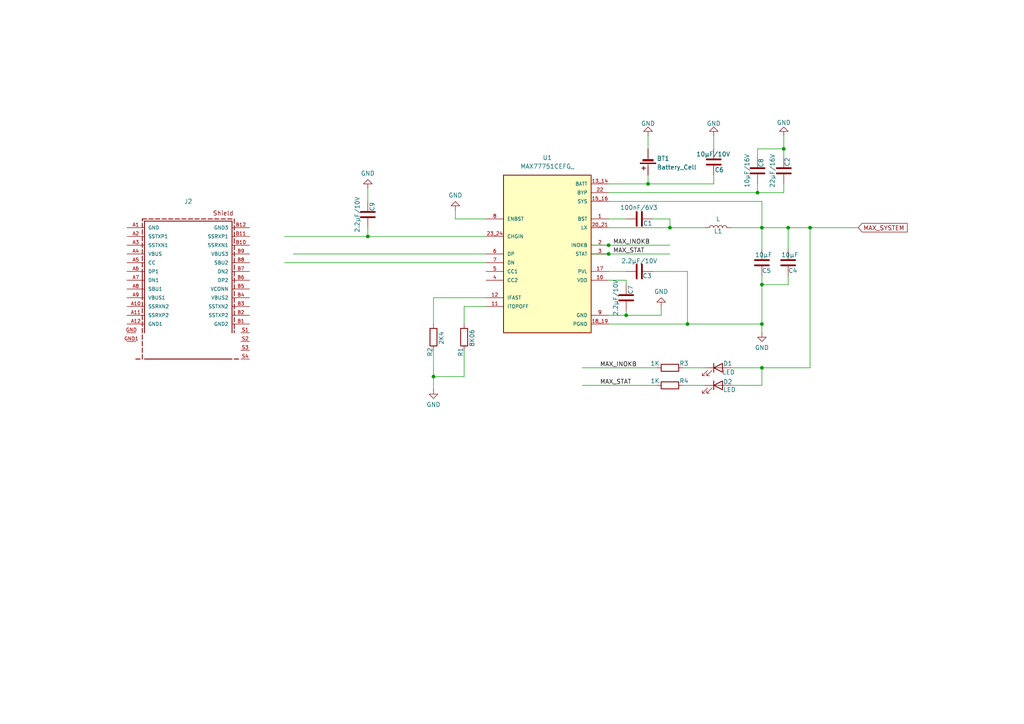
<source format=kicad_sch>
(kicad_sch (version 20231120) (generator "eeschema") (generator_version "8.0")
  (paper "A4")
  (title_block (title "Single Cell Battery Charger"))
  (lib_symbols
    (symbol "Custom_Library:632723100011" (pin_names (offset 1.016))
      (property "Reference" "J" (at 0 16.51 0))
      (symbol "632723100011_0_0"
        (polyline (pts (xy -15.24 -25.4) (xy -13.97 -25.4)) (stroke (width 0.254)))
        (polyline (pts (xy -13.335 -25.4) (xy -13.335 -25.4)) (stroke (width 0.254)))
        (polyline (pts (xy -13.335 -25.4) (xy -13.335 -24.0926)) (stroke (width 0.254)))
        (polyline (pts (xy -13.335 -23.495) (xy -13.335 -22.1876)) (stroke (width 0.254)))
        (polyline (pts (xy -13.335 -21.59) (xy -13.335 -20.2826)) (stroke (width 0.254)))
        (polyline (pts (xy -13.335 -19.685) (xy -13.335 -18.3776)) (stroke (width 0.254)))
        (polyline (pts (xy -13.335 -17.78) (xy -13.335 -16.4727)) (stroke (width 0.254)))
        (polyline (pts (xy -13.335 -15.875) (xy -13.335 -14.5677)) (stroke (width 0.254)))
        (polyline (pts (xy -13.335 -13.97) (xy -13.335 -12.6627)) (stroke (width 0.254)))
        (polyline (pts (xy -13.335 -12.065) (xy -13.335 -10.7577)) (stroke (width 0.254)))
        (polyline (pts (xy -13.335 -10.16) (xy -13.335 -8.8527)) (stroke (width 0.254)))
        (polyline (pts (xy -13.335 -8.255) (xy -13.335 0.6724)) (stroke (width 0.254)))
        (polyline (pts (xy -13.335 1.27) (xy -13.335 2.5774)) (stroke (width 0.254)))
        (polyline (pts (xy -13.335 3.175) (xy -13.335 4.4824)) (stroke (width 0.254)))
        (polyline (pts (xy -13.335 5.08) (xy -13.335 6.3874)) (stroke (width 0.254)))
        (polyline (pts (xy -13.335 6.985) (xy -13.335 8.2924)) (stroke (width 0.254)))
        (polyline (pts (xy -13.335 8.89) (xy -13.335 10.1974)) (stroke (width 0.254)))
        (polyline (pts (xy -13.335 10.795) (xy -13.335 12.1024)) (stroke (width 0.254)))
        (polyline (pts (xy -13.335 12.7) (xy -13.335 14.0074)) (stroke (width 0.254)))
        (polyline (pts (xy -13.335 14.605) (xy -13.335 15.24)) (stroke (width 0.254)))
        (polyline (pts (xy -13.335 15.24) (xy -12.065 15.24)) (stroke (width 0.254)))
        (polyline (pts (xy -12.7 -17.78) (xy -12.7 14.605)) (stroke (width 0.254)))
        (polyline (pts (xy -12.7 14.605) (xy 12.7 14.605)) (stroke (width 0.254)))
        (polyline (pts (xy -11.43 15.24) (xy -10.16 15.24)) (stroke (width 0.254)))
        (polyline (pts (xy -9.525 15.24) (xy -8.255 15.24)) (stroke (width 0.254)))
        (polyline (pts (xy -7.62 15.24) (xy -6.35 15.24)) (stroke (width 0.254)))
        (polyline (pts (xy -5.715 15.24) (xy -4.445 15.24)) (stroke (width 0.254)))
        (polyline (pts (xy -3.81 15.24) (xy -2.54 15.24)) (stroke (width 0.254)))
        (polyline (pts (xy -1.905 15.24) (xy -0.635 15.24)) (stroke (width 0.254)))
        (polyline (pts (xy 0 15.24) (xy 1.27 15.24)) (stroke (width 0.254)))
        (polyline (pts (xy 1.905 15.24) (xy 3.175 15.24)) (stroke (width 0.254)))
        (polyline (pts (xy 3.81 15.24) (xy 5.08 15.24)) (stroke (width 0.254)))
        (polyline (pts (xy 5.715 15.24) (xy 6.985 15.24)) (stroke (width 0.254)))
        (polyline (pts (xy 7.62 15.24) (xy 8.89 15.24)) (stroke (width 0.254)))
        (polyline (pts (xy 9.525 15.24) (xy 10.795 15.24)) (stroke (width 0.254)))
        (polyline (pts (xy 11.43 15.24) (xy 12.7 15.24)) (stroke (width 0.254)))
        (polyline (pts (xy 12.7 -25.4) (xy -12.7 -25.4)) (stroke (width 0.254)))
        (polyline (pts (xy 12.7 14.605) (xy 12.7 -17.78)) (stroke (width 0.254)))
        (polyline (pts (xy 13.335 -25.4) (xy 14.605 -25.4)) (stroke (width 0.254)))
        (polyline (pts (xy 13.335 -17.145) (xy 13.335 -17.78)) (stroke (width 0.254)))
        (polyline (pts (xy 13.335 -15.24) (xy 13.335 -16.5474)) (stroke (width 0.254)))
        (polyline (pts (xy 13.335 -13.335) (xy 13.335 -14.6424)) (stroke (width 0.254)))
        (polyline (pts (xy 13.335 -11.43) (xy 13.335 -12.7374)) (stroke (width 0.254)))
        (polyline (pts (xy 13.335 -9.525) (xy 13.335 -10.8324)) (stroke (width 0.254)))
        (polyline (pts (xy 13.335 -7.62) (xy 13.335 -8.9274)) (stroke (width 0.254)))
        (polyline (pts (xy 13.335 -5.715) (xy 13.335 -7.0224)) (stroke (width 0.254)))
        (polyline (pts (xy 13.335 -3.81) (xy 13.335 -5.1174)) (stroke (width 0.254)))
        (polyline (pts (xy 13.335 -1.905) (xy 13.335 -3.2123)) (stroke (width 0.254)))
        (polyline (pts (xy 13.335 0) (xy 13.335 -1.3074)) (stroke (width 0.254)))
        (polyline (pts (xy 13.335 1.905) (xy 13.335 0.5976)) (stroke (width 0.254)))
        (polyline (pts (xy 13.335 3.81) (xy 13.335 2.5027)) (stroke (width 0.254)))
        (polyline (pts (xy 13.335 5.715) (xy 13.335 4.4077)) (stroke (width 0.254)))
        (polyline (pts (xy 13.335 7.62) (xy 13.335 6.3127)) (stroke (width 0.254)))
        (polyline (pts (xy 13.335 9.525) (xy 13.335 8.2177)) (stroke (width 0.254)))
        (polyline (pts (xy 13.335 11.43) (xy 13.335 10.1226)) (stroke (width 0.254)))
        (polyline (pts (xy 13.335 13.335) (xy 13.335 12.0276)) (stroke (width 0.254)))
        (polyline (pts (xy 13.335 15.24) (xy 13.335 13.9326)) (stroke (width 0.254)))
        (polyline (pts (xy 13.335 15.24) (xy 13.335 15.24)) (stroke (width 0.254)))
        (polyline (pts (xy 15.24 -25.4) (xy 15.24 -25.4)) (stroke (width 0.254)))
        (text "Shield" (at 7.1 16.16 0) (effects (font (size 1.27 1.27)) (justify left bottom)))
        (pin passive line (at -17.78 12.7 0) (length 5.08) (name "GND") (number "A1"))
        (pin passive line (at -17.78 -10.16 0) (length 5.08) (name "SSRXN2") (number "A10"))
        (pin passive line (at -17.78 -12.7 0) (length 5.08) (name "SSRXP2") (number "A11"))
        (pin passive line (at -17.78 -15.24 0) (length 5.08) (name "GND1") (number "A12"))
        (pin passive line (at -17.78 10.16 0) (length 5.08) (name "SSTXP1") (number "A2"))
        (pin passive line (at -17.78 7.62 0) (length 5.08) (name "SSTXN1") (number "A3"))
        (pin passive line (at -17.78 5.08 0) (length 5.08) (name "VBUS") (number "A4"))
        (pin passive line (at -17.78 2.54 0) (length 5.08) (name "CC") (number "A5"))
        (pin passive line (at -17.78 0 0) (length 5.08) (name "DP1") (number "A6"))
        (pin passive line (at -17.78 -2.54 0) (length 5.08) (name "DN1") (number "A7"))
        (pin passive line (at -17.78 -5.08 0) (length 5.08) (name "SBU1") (number "A8"))
        (pin passive line (at -17.78 -7.62 0) (length 5.08) (name "VBUS1") (number "A9"))
        (pin passive line (at 17.78 -15.24 180) (length 5.08) (name "GND2") (number "B1"))
        (pin passive line (at 17.78 7.62 180) (length 5.08) (name "SSRXN1") (number "B10"))
        (pin passive line (at 17.78 10.16 180) (length 5.08) (name "SSRXP1") (number "B11"))
        (pin passive line (at 17.78 12.7 180) (length 5.08) (name "GND3") (number "B12"))
        (pin passive line (at 17.78 -12.7 180) (length 5.08) (name "SSTXP2") (number "B2"))
        (pin passive line (at 17.78 -10.16 180) (length 5.08) (name "SSTXN2") (number "B3"))
        (pin passive line (at 17.78 -7.62 180) (length 5.08) (name "VBUS2") (number "B4"))
        (pin passive line (at 17.78 -5.08 180) (length 5.08) (name "VCONN") (number "B5"))
        (pin passive line (at 17.78 -2.54 180) (length 5.08) (name "DP2") (number "B6"))
        (pin passive line (at 17.78 0 180) (length 5.08) (name "DN2") (number "B7"))
        (pin passive line (at 17.78 2.54 180) (length 5.08) (name "SBU2") (number "B8"))
        (pin passive line (at 17.78 5.08 180) (length 5.08) (name "VBUS3") (number "B9"))
        (pin passive line (at -17.78 -17.78 0) (length 2.54) (name "~") (number "GND"))
        (pin passive line (at -17.78 -20.32 0) (length 2.54) (name "~") (number "GND1"))
        (pin passive line (at 17.78 -17.78 180) (length 2.54) (name "~") (number "S1"))
        (pin passive line (at 17.78 -20.32 180) (length 2.54) (name "~") (number "S2"))
        (pin passive line (at 17.78 -22.86 180) (length 2.54) (name "~") (number "S3"))
        (pin passive line (at 17.78 -25.4 180) (length 2.54) (name "~") (number "S4"))
      )
    )
    (symbol "Device:Battery_Cell" (pin_numbers hide) (pin_names (offset 0) hide)
      (property "Reference" "BT" (at 2.54 2.54 0))
      (property "Value" "Battery_Cell" (at 2.54 0 0))
      (symbol "Battery_Cell_0_1"
        (rectangle (start -2.286 1.778) (end 2.286 1.524) (fill (type outline)))
        (rectangle (start -1.524 1.016) (end 1.524 0.508) (fill (type outline)))
        (polyline (pts (xy 0 0.762) (xy 0 0)))
        (polyline (pts (xy 0 1.778) (xy 0 2.54)))
        (polyline (pts (xy 0.762 3.048) (xy 1.778 3.048)) (stroke (width 0.254)))
        (polyline (pts (xy 1.27 3.556) (xy 1.27 2.54)) (stroke (width 0.254)))
      )
      (symbol "Battery_Cell_1_1"
        (pin passive line (at 0 5.08 270) (length 2.54) (name "+") (number "1"))
        (pin passive line (at 0 -2.54 90) (length 2.54) (name "-") (number "2"))
      )
    )
    (symbol "Device:C" (pin_numbers hide) (pin_names (offset 0.254))
      (property "Reference" "C" (at 0.635 2.54 0))
      (property "Value" "C" (at 0.635 -2.54 0))
      (symbol "C_0_1"
        (polyline (pts (xy -2.032 -0.762) (xy 2.032 -0.762)) (stroke (width 0.508)))
        (polyline (pts (xy -2.032 0.762) (xy 2.032 0.762)) (stroke (width 0.508)))
      )
      (symbol "C_1_1"
        (pin passive line (at 0 3.81 270) (length 2.794) (name "~") (number "1"))
        (pin passive line (at 0 -3.81 90) (length 2.794) (name "~") (number "2"))
      )
    )
    (symbol "Device:L" (pin_numbers hide) (pin_names (offset 1.016) hide)
      (property "Reference" "L" (at -1.27 0 90))
      (property "Value" "L" (at 1.905 0 90))
      (symbol "L_0_1"
        (arc (start 0 -2.54) (mid 0.6323 -1.905) (end 0 -1.27))
        (arc (start 0 -1.27) (mid 0.6323 -0.635) (end 0 0))
        (arc (start 0 0) (mid 0.6323 0.635) (end 0 1.27))
        (arc (start 0 1.27) (mid 0.6323 1.905) (end 0 2.54))
      )
      (symbol "L_1_1"
        (pin passive line (at 0 3.81 270) (length 1.27) (name "1") (number "1"))
        (pin passive line (at 0 -3.81 90) (length 1.27) (name "2") (number "2"))
      )
    )
    (symbol "Device:LED" (pin_numbers hide) (pin_names (offset 1.016) hide)
      (property "Reference" "D" (at 0 2.54 0))
      (property "Value" "LED" (at 0 -2.54 0))
      (symbol "LED_0_1"
        (polyline (pts (xy -1.27 -1.27) (xy -1.27 1.27)) (stroke (width 0.254)))
        (polyline (pts (xy -1.27 0) (xy 1.27 0)))
        (polyline (pts (xy 1.27 -1.27) (xy 1.27 1.27) (xy -1.27 0) (xy 1.27 -1.27)) (stroke (width 0.254)))
        (polyline (pts (xy -3.048 -0.762) (xy -4.572 -2.286) (xy -3.81 -2.286) (xy -4.572 -2.286) (xy -4.572 -1.524)))
        (polyline (pts (xy -1.778 -0.762) (xy -3.302 -2.286) (xy -2.54 -2.286) (xy -3.302 -2.286) (xy -3.302 -1.524)))
      )
      (symbol "LED_1_1"
        (pin passive line (at -3.81 0 0) (length 2.54) (name "K") (number "1"))
        (pin passive line (at 3.81 0 180) (length 2.54) (name "A") (number "2"))
      )
    )
    (symbol "Device:R" (pin_numbers hide) (pin_names (offset 0))
      (property "Reference" "R" (at 2.032 0 90))
      (property "Value" "R" (at 0 0 90))
      (symbol "R_0_1"
        (rectangle (start -1.016 -2.54) (end 1.016 2.54) (stroke (width 0.254)))
      )
      (symbol "R_1_1"
        (pin passive line (at 0 3.81 270) (length 1.27) (name "~") (number "1"))
        (pin passive line (at 0 -3.81 90) (length 1.27) (name "~") (number "2"))
      )
    )
    (symbol "MAX77751CEFG_:MAX77751CEFG_" (pin_names (offset 1.016))
      (property "Reference" "U" (at -12.7 23.86 0))
      (property "Value" "MAX77751CEFG_" (at -12.7 -25.4 0))
      (symbol "MAX77751CEFG__0_0"
        (rectangle (start -12.7 -22.86) (end 12.7 22.86) (stroke (width 0.254)) (fill (type background)))
        (pin passive line (at 17.78 10.16 180) (length 5.08) (name "BST") (number "1"))
        (pin output line (at 17.78 -7.62 180) (length 5.08) (name "VDD") (number "10"))
        (pin passive line (at -17.78 -15.24 0) (length 5.08) (name "ITOPOFF") (number "11"))
        (pin passive line (at -17.78 -12.7 0) (length 5.08) (name "IFAST") (number "12"))
        (pin power_in line (at 17.78 20.32 180) (length 5.08) (name "BATT") (number "13_14"))
        (pin power_in line (at 17.78 15.24 180) (length 5.08) (name "SYS") (number "15_16"))
        (pin output line (at 17.78 -5.08 180) (length 5.08) (name "PVL") (number "17"))
        (pin power_in line (at 17.78 -20.32 180) (length 5.08) (name "PGND") (number "18_19"))
        (pin output line (at 17.78 2.54 180) (length 5.08) (name "INOKB") (number "2"))
        (pin passive line (at 17.78 7.62 180) (length 5.08) (name "LX") (number "20_21"))
        (pin power_in line (at 17.78 17.78 180) (length 5.08) (name "BYP") (number "22"))
        (pin input line (at -17.78 5.08 0) (length 5.08) (name "CHGIN") (number "23_24"))
        (pin output line (at 17.78 0 180) (length 5.08) (name "STAT") (number "3"))
        (pin bidirectional line (at -17.78 -7.62 0) (length 5.08) (name "CC2") (number "4"))
        (pin bidirectional line (at -17.78 -5.08 0) (length 5.08) (name "CC1") (number "5"))
        (pin bidirectional line (at -17.78 0 0) (length 5.08) (name "DP") (number "6"))
        (pin bidirectional line (at -17.78 -2.54 0) (length 5.08) (name "DN") (number "7"))
        (pin input line (at -17.78 10.16 0) (length 5.08) (name "ENBST") (number "8"))
        (pin power_in line (at 17.78 -17.78 180) (length 5.08) (name "GND") (number "9"))
      )
    )
    (symbol "power:GND" (power) (pin_numbers hide) (pin_names (offset 0) hide)
      (property "Value" "GND" (at 0 -3.81 0))
      (symbol "GND_0_1"
        (polyline (pts (xy 0 0) (xy 0 -1.27) (xy 1.27 -1.27) (xy 0 -2.54) (xy -1.27 -1.27) (xy 0 -1.27)))
      )
      (symbol "GND_1_1"
        (pin power_in line (at 0 0 270) (length 0) (name "~") (number "1"))
      )
    )
  )
  (junction (at 194.31 66.04))
  (junction (at 228.6 66.04))
  (junction (at 125.73 109.22))
  (junction (at 220.98 106.68))
  (junction (at 199.39 93.98))
  (junction (at 106.68 68.58))
  (junction (at 176.53 71.12))
  (junction (at 181.61 91.44))
  (junction (at 227.33 43.18))
  (junction (at 176.53 73.66))
  (junction (at 220.98 93.98))
  (junction (at 234.95 66.04))
  (junction (at 220.98 82.55))
  (junction (at 220.98 66.04))
  (junction (at 187.96 53.34))
  (junction (at 219.71 55.88))
  (wire (pts (xy 212.09 111.76) (xy 220.98 111.76)))
  (wire (pts (xy 125.73 86.36) (xy 140.97 86.36)))
  (wire (pts (xy 176.53 73.66) (xy 194.31 73.66)))
  (wire (pts (xy 220.98 82.55) (xy 228.6 82.55)))
  (wire (pts (xy 168.91 106.68) (xy 190.5 106.68)))
  (wire (pts (xy 176.53 66.04) (xy 194.31 66.04)))
  (wire (pts (xy 198.12 111.76) (xy 204.47 111.76)))
  (wire (pts (xy 176.53 91.44) (xy 181.61 91.44)))
  (wire (pts (xy 220.98 66.04) (xy 228.6 66.04)))
  (wire (pts (xy 132.08 60.96) (xy 132.08 63.5)))
  (wire (pts (xy 171.45 73.66) (xy 176.53 73.66)))
  (wire (pts (xy 219.71 53.34) (xy 219.71 55.88)))
  (wire (pts (xy 220.98 66.04) (xy 220.98 72.39)))
  (wire (pts (xy 134.62 88.9) (xy 140.97 88.9)))
  (wire (pts (xy 227.33 55.88) (xy 219.71 55.88)))
  (wire (pts (xy 134.62 101.6) (xy 134.62 109.22)))
  (wire (pts (xy 220.98 93.98) (xy 220.98 96.52)))
  (wire (pts (xy 220.98 58.42) (xy 220.98 66.04)))
  (wire (pts (xy 125.73 101.6) (xy 125.73 109.22)))
  (wire (pts (xy 228.6 80.01) (xy 228.6 82.55)))
  (wire (pts (xy 125.73 109.22) (xy 125.73 113.03)))
  (wire (pts (xy 176.53 81.28) (xy 181.61 81.28)))
  (wire (pts (xy 198.12 106.68) (xy 204.47 106.68)))
  (wire (pts (xy 207.01 43.18) (xy 207.01 39.37)))
  (wire (pts (xy 176.53 55.88) (xy 219.71 55.88)))
  (wire (pts (xy 219.71 43.18) (xy 219.71 45.72)))
  (wire (pts (xy 106.68 54.61) (xy 106.68 58.42)))
  (wire (pts (xy 134.62 93.98) (xy 134.62 88.9)))
  (wire (pts (xy 187.96 53.34) (xy 176.53 53.34)))
  (wire (pts (xy 228.6 66.04) (xy 234.95 66.04)))
  (wire (pts (xy 176.53 63.5) (xy 181.61 63.5)))
  (wire (pts (xy 132.08 63.5) (xy 140.97 63.5)))
  (wire (pts (xy 187.96 39.37) (xy 187.96 43.18)))
  (wire (pts (xy 140.97 76.2) (xy 82.55 76.2)))
  (wire (pts (xy 207.01 53.34) (xy 187.96 53.34)))
  (wire (pts (xy 212.09 66.04) (xy 220.98 66.04)))
  (wire (pts (xy 220.98 106.68) (xy 220.98 111.76)))
  (wire (pts (xy 234.95 66.04) (xy 248.92 66.04)))
  (wire (pts (xy 194.31 63.5) (xy 194.31 66.04)))
  (wire (pts (xy 219.71 43.18) (xy 227.33 43.18)))
  (wire (pts (xy 194.31 66.04) (xy 204.47 66.04)))
  (wire (pts (xy 199.39 78.74) (xy 199.39 93.98)))
  (wire (pts (xy 176.53 93.98) (xy 199.39 93.98)))
  (wire (pts (xy 220.98 80.01) (xy 220.98 82.55)))
  (wire (pts (xy 212.09 106.68) (xy 220.98 106.68)))
  (wire (pts (xy 227.33 43.18) (xy 227.33 45.72)))
  (wire (pts (xy 181.61 91.44) (xy 191.77 91.44)))
  (wire (pts (xy 134.62 109.22) (xy 125.73 109.22)))
  (wire (pts (xy 227.33 43.18) (xy 227.33 39.37)))
  (wire (pts (xy 199.39 93.98) (xy 220.98 93.98)))
  (wire (pts (xy 106.68 68.58) (xy 140.97 68.58)))
  (wire (pts (xy 106.68 66.04) (xy 106.68 68.58)))
  (wire (pts (xy 187.96 50.8) (xy 187.96 53.34)))
  (wire (pts (xy 220.98 82.55) (xy 220.98 93.98)))
  (wire (pts (xy 181.61 81.28) (xy 181.61 82.55)))
  (wire (pts (xy 220.98 106.68) (xy 234.95 106.68)))
  (wire (pts (xy 189.23 78.74) (xy 199.39 78.74)))
  (wire (pts (xy 227.33 53.34) (xy 227.33 55.88)))
  (wire (pts (xy 176.53 71.12) (xy 194.31 71.12)))
  (wire (pts (xy 168.91 111.76) (xy 190.5 111.76)))
  (wire (pts (xy 234.95 66.04) (xy 234.95 106.68)))
  (wire (pts (xy 189.23 63.5) (xy 194.31 63.5)))
  (wire (pts (xy 176.53 58.42) (xy 220.98 58.42)))
  (wire (pts (xy 228.6 66.04) (xy 228.6 72.39)))
  (wire (pts (xy 140.97 73.66) (xy 85.09 73.66)))
  (wire (pts (xy 181.61 90.17) (xy 181.61 91.44)))
  (wire (pts (xy 207.01 50.8) (xy 207.01 53.34)))
  (wire (pts (xy 171.45 71.12) (xy 176.53 71.12)))
  (wire (pts (xy 191.77 88.9) (xy 191.77 91.44)))
  (wire (pts (xy 181.61 78.74) (xy 176.53 78.74)))
  (wire (pts (xy 82.55 68.58) (xy 106.68 68.58)))
  (wire (pts (xy 125.73 93.98) (xy 125.73 86.36)))
  (label "MAX_INOKB" (at 173.99 106.68 0))
  (label "MAX_INOKB" (at 177.8 71.12 0))
  (label "MAX_STAT" (at 177.8 73.66 0))
  (label "MAX_STAT" (at 173.99 111.76 0))
  (global_label "MAX_SYSTEM" (shape input) (at 248.92 66.04 0) (property "Intersheetrefs" "${INTERSHEET_REFS}" (effects (hide yes))))
  (symbol (lib_id "Device:C") (at 185.42 78.74 90) (unit 1)
    (property "Reference" "C3" (at 187.706 80.01 90))
    (property "Value" "2.2µF/10V" (at 185.42 75.692 90))
    (property "Description" "Unpolarized capacitor" (effects (hide yes)))
  )
  (symbol (lib_id "Device:C") (at 227.33 49.53 180) (unit 1)
    (property "Reference" "C2" (at 228.346 46.99 90))
    (property "Value" "22µF/16V" (at 224.028 49.53 90))
    (property "Footprint" "Capacitor_SMD:C_0201_0603Metric_Pad0.64x0.40mm_HandSolder" (effects (hide yes)))
    (property "Description" "Unpolarized capacitor" (effects (hide yes)))
  )
  (symbol (lib_id "Device:Battery_Cell") (at 187.96 45.72 180) (unit 1)
    (property "Reference" "BT1" (at 190.5 45.974 0) (effects (justify right)))
    (property "Value" "Battery_Cell" (at 190.5 48.514 0) (effects (justify right)))
    (property "Description" "Single-cell battery" (effects (hide yes)))
  )
  (symbol (lib_id "Device:R") (at 194.31 106.68 90) (unit 1)
    (property "Reference" "R3" (at 198.374 105.41 90))
    (property "Value" "1K" (at 189.992 105.41 90))
    (property "Footprint" "Resistor_SMD:R_0201_0603Metric_Pad0.64x0.40mm_HandSolder" (effects (hide yes)))
    (property "Description" "Resistor" (effects (hide yes)))
  )
  (symbol (lib_id "Device:R") (at 125.73 97.79 0) (unit 1)
    (property "Reference" "R2" (at 124.714 102.108 90))
    (property "Value" "2K4" (at 128.016 98.044 90))
    (property "Footprint" "Resistor_SMD:R_0201_0603Metric_Pad0.64x0.40mm_HandSolder" (effects (hide yes)))
    (property "Description" "Resistor" (effects (hide yes)))
  )
  (symbol (lib_id "Device:LED") (at 208.28 106.68 0) (unit 1)
    (property "Reference" "D1" (at 211.074 105.41 0))
    (property "Value" "LED" (at 211.328 107.95 0))
    (property "Description" "Light emitting diode" (effects (hide yes)))
  )
  (symbol (lib_id "power:GND") (at 207.01 39.37 180) (unit 1)
    (property "Reference" "#PWR03" (effects (hide yes)))
    (property "Value" "GND" (at 207.01 35.814 0))
    (property "Description" "Power symbol creates a global label with name \"GND\" , ground" (effects (hide yes)))
  )
  (symbol (lib_id "Device:C") (at 185.42 63.5 90) (unit 1)
    (property "Reference" "C1" (at 189.23 64.77 90) (effects (justify left)))
    (property "Value" "100nF/6V3" (at 190.754 60.198 90) (effects (justify left)))
    (property "Footprint" "Capacitor_SMD:C_0201_0603Metric_Pad0.64x0.40mm_HandSolder" (effects (hide yes)))
    (property "Description" "Unpolarized capacitor" (effects (hide yes)))
  )
  (symbol (lib_id "power:GND") (at 106.68 54.61 180) (unit 1)
    (property "Reference" "#PWR010" (effects (hide yes)))
    (property "Value" "GND" (at 106.68 50.292 0))
    (property "Description" "Power symbol creates a global label with name \"GND\" , ground" (effects (hide yes)))
  )
  (symbol (lib_id "MAX77751CEFG_:MAX77751CEFG_") (at 158.75 73.66 0) (unit 1)
    (property "Reference" "U1" (at 158.75 45.72 0))
    (property "Value" "MAX77751CEFG_" (at 158.75 48.26 0))
    (property "Footprint" "MAX77751CEFG_ (1):IC_MAX77751CEFG_" (effects (hide yes)))
    (property "PARTREV" "3" (effects (hide yes)))
    (property "MANUFACTURER" "Maxim Integrated" (effects (hide yes)))
    (property "MAXIMUM_PACKAGE_HEIGHT" "0.6 mm" (effects (hide yes)))
    (property "STANDARD" "Manufacturer Recommendations" (effects (hide yes)))
  )
  (symbol (lib_id "Device:L") (at 208.28 66.04 90) (unit 1)
    (property "Reference" "L1" (at 208.28 67.056 90))
    (property "Value" "L" (at 208.28 63.5 90))
    (property "Description" "Inductor" (effects (hide yes)))
  )
  (symbol (lib_id "Device:R") (at 194.31 111.76 90) (unit 1)
    (property "Reference" "R4" (at 198.374 110.49 90))
    (property "Value" "1K" (at 189.992 110.49 90))
    (property "Footprint" "Resistor_SMD:R_0201_0603Metric_Pad0.64x0.40mm_HandSolder" (effects (hide yes)))
    (property "Description" "Resistor" (effects (hide yes)))
  )
  (symbol (lib_id "Device:C") (at 181.61 86.36 180) (unit 1)
    (property "Reference" "C7" (at 182.88 84.074 90))
    (property "Value" "2.2µF/10V" (at 178.562 86.36 90))
    (property "Description" "Unpolarized capacitor" (effects (hide yes)))
  )
  (symbol (lib_id "power:GND") (at 220.98 96.52 0) (unit 1)
    (property "Reference" "#PWR02" (effects (hide yes)))
    (property "Value" "GND" (at 220.98 100.838 0))
    (property "Description" "Power symbol creates a global label with name \"GND\" , ground" (effects (hide yes)))
  )
  (symbol (lib_id "power:GND") (at 132.08 60.96 180) (unit 1)
    (property "Reference" "#PWR06" (effects (hide yes)))
    (property "Value" "GND" (at 132.08 56.642 0))
    (property "Description" "Power symbol creates a global label with name \"GND\" , ground" (effects (hide yes)))
  )
  (symbol (lib_id "power:GND") (at 187.96 39.37 180) (unit 1)
    (property "Reference" "#PWR07" (effects (hide yes)))
    (property "Value" "GND" (at 187.96 35.814 0))
    (property "Description" "Power symbol creates a global label with name \"GND\" , ground" (effects (hide yes)))
  )
  (symbol (lib_id "Device:LED") (at 208.28 111.76 0) (unit 1)
    (property "Reference" "D2" (at 211.074 110.744 0))
    (property "Value" "LED" (at 211.582 113.03 0))
    (property "Description" "Light emitting diode" (effects (hide yes)))
  )
  (symbol (lib_id "Custom_Library:632723100011") (at 54.61 78.74 0) (unit 1)
    (property "Reference" "J2" (at 54.61 58.42 0))
    (property "Value" "USB3.1 TYPEC 24P SMD RA" (effects (hide yes)))
    (property "Footprint" "lib-footprint:CONN RCP USB3.1 TYPEC 24P SMD RA 632723100011" (effects (hide yes)))
    (property "INTERFACE-TYPE" "Type C" (effects (hide yes)))
    (property "MOUNT" "THR" (effects (hide yes)))
    (property "IR" "5A" (effects (hide yes)))
    (property "PACKAGING" "Tape and Reel" (effects (hide yes)))
    (property "APPLICATION" "USB 3.1" (effects (hide yes)))
    (property "PART-NUMBER" "632723100011" (effects (hide yes)))
    (property "DATASHEET-URL" "https://www.we-online.com/redexpert/spec/632723100011 ?ae" (effects (hide yes)))
    (property "WORKING-VOLTAGE" "20V(DC)" (effects (hide yes)))
    (property "PINS" "24" (effects (hide yes)))
    (property "TYPE" "Horizontal" (effects (hide yes)))
    (property "GERDER" "Receptacle" (effects (hide yes)))
  )
  (symbol (lib_id "power:GND") (at 227.33 39.37 180) (unit 1)
    (property "Reference" "#PWR01" (effects (hide yes)))
    (property "Value" "GND" (at 227.33 35.56 0))
    (property "Description" "Power symbol creates a global label with name \"GND\" , ground" (effects (hide yes)))
  )
  (symbol (lib_id "power:GND") (at 191.77 88.9 180) (unit 1)
    (property "Reference" "#PWR05" (effects (hide yes)))
    (property "Value" "GND" (at 191.77 84.582 0))
    (property "Description" "Power symbol creates a global label with name \"GND\" , ground" (effects (hide yes)))
  )
  (symbol (lib_id "Device:C") (at 220.98 76.2 0) (unit 1)
    (property "Reference" "C5" (at 220.98 78.486 0) (effects (justify left)))
    (property "Value" "10µF" (at 218.948 73.914 0) (effects (justify left)))
    (property "Footprint" "Capacitor_SMD:C_0201_0603Metric_Pad0.64x0.40mm_HandSolder" (effects (hide yes)))
    (property "Description" "Unpolarized capacitor" (effects (hide yes)))
  )
  (symbol (lib_id "Device:R") (at 134.62 97.79 0) (unit 1)
    (property "Reference" "R1" (at 133.604 102.108 90))
    (property "Value" "8K06" (at 136.906 98.044 90))
    (property "Footprint" "Resistor_SMD:R_0201_0603Metric_Pad0.64x0.40mm_HandSolder" (effects (hide yes)))
    (property "Description" "Resistor" (effects (hide yes)))
  )
  (symbol (lib_id "Device:C") (at 207.01 46.99 0) (unit 1)
    (property "Reference" "C6" (at 207.264 49.276 0) (effects (justify left)))
    (property "Value" "10µF/10V" (at 201.93 44.704 0) (effects (justify left)))
    (property "Footprint" "Capacitor_SMD:C_0201_0603Metric_Pad0.64x0.40mm_HandSolder" (effects (hide yes)))
    (property "Description" "Unpolarized capacitor" (effects (hide yes)))
  )
  (symbol (lib_id "Device:C") (at 219.71 49.53 180) (unit 1)
    (property "Reference" "C8" (at 220.726 47.244 90))
    (property "Value" "10µF/16V" (at 216.662 49.53 90))
    (property "Footprint" "Capacitor_SMD:C_0201_0603Metric_Pad0.64x0.40mm_HandSolder" (effects (hide yes)))
    (property "Description" "Unpolarized capacitor" (effects (hide yes)))
  )
  (symbol (lib_id "Device:C") (at 106.68 62.23 180) (unit 1)
    (property "Reference" "C9" (at 107.95 59.944 90))
    (property "Value" "2.2µF/10V" (at 103.632 62.23 90))
    (property "Description" "Unpolarized capacitor" (effects (hide yes)))
  )
  (symbol (lib_id "power:GND") (at 125.73 113.03 0) (unit 1)
    (property "Reference" "#PWR04" (effects (hide yes)))
    (property "Value" "GND" (at 125.73 117.348 0))
    (property "Description" "Power symbol creates a global label with name \"GND\" , ground" (effects (hide yes)))
  )
  (symbol (lib_id "Device:C") (at 228.6 76.2 0) (unit 1)
    (property "Reference" "C4" (at 228.6 78.486 0) (effects (justify left)))
    (property "Value" "10µF" (at 226.568 73.914 0) (effects (justify left)))
    (property "Footprint" "Capacitor_SMD:C_0201_0603Metric_Pad0.64x0.40mm_HandSolder" (effects (hide yes)))
    (property "Description" "Unpolarized capacitor" (effects (hide yes)))
  )
)
</source>
